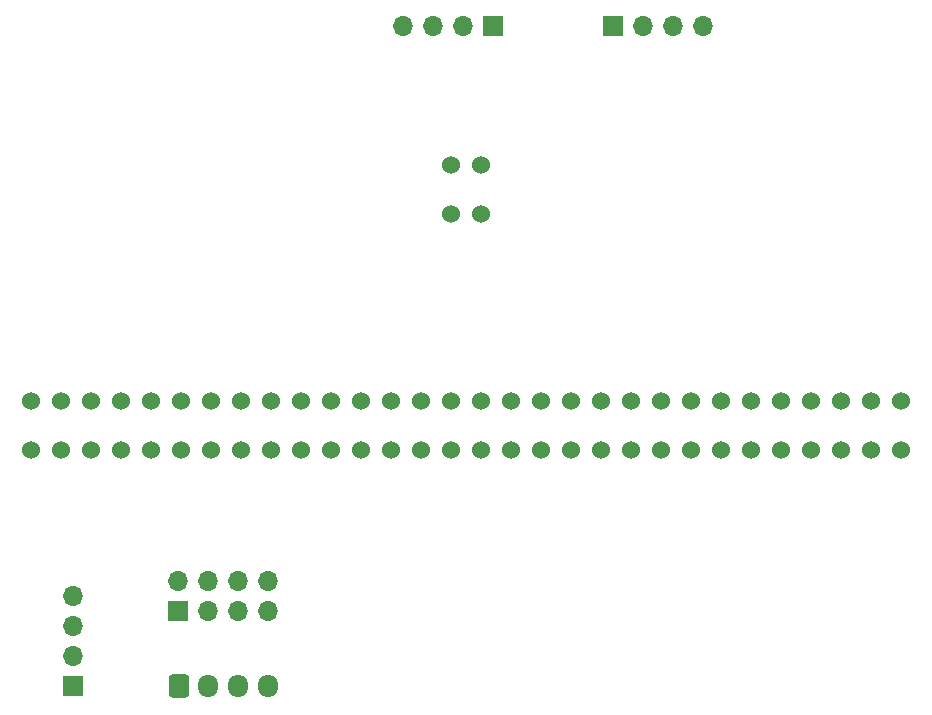
<source format=gbr>
%TF.GenerationSoftware,KiCad,Pcbnew,7.0.9*%
%TF.CreationDate,2024-05-07T12:38:31+09:00*%
%TF.ProjectId,04-line,30342d6c-696e-4652-9e6b-696361645f70,rev?*%
%TF.SameCoordinates,Original*%
%TF.FileFunction,Soldermask,Top*%
%TF.FilePolarity,Negative*%
%FSLAX46Y46*%
G04 Gerber Fmt 4.6, Leading zero omitted, Abs format (unit mm)*
G04 Created by KiCad (PCBNEW 7.0.9) date 2024-05-07 12:38:31*
%MOMM*%
%LPD*%
G01*
G04 APERTURE LIST*
G04 Aperture macros list*
%AMRoundRect*
0 Rectangle with rounded corners*
0 $1 Rounding radius*
0 $2 $3 $4 $5 $6 $7 $8 $9 X,Y pos of 4 corners*
0 Add a 4 corners polygon primitive as box body*
4,1,4,$2,$3,$4,$5,$6,$7,$8,$9,$2,$3,0*
0 Add four circle primitives for the rounded corners*
1,1,$1+$1,$2,$3*
1,1,$1+$1,$4,$5*
1,1,$1+$1,$6,$7*
1,1,$1+$1,$8,$9*
0 Add four rect primitives between the rounded corners*
20,1,$1+$1,$2,$3,$4,$5,0*
20,1,$1+$1,$4,$5,$6,$7,0*
20,1,$1+$1,$6,$7,$8,$9,0*
20,1,$1+$1,$8,$9,$2,$3,0*%
G04 Aperture macros list end*
%ADD10R,1.700000X1.700000*%
%ADD11O,1.700000X1.700000*%
%ADD12RoundRect,0.250000X-0.600000X-0.725000X0.600000X-0.725000X0.600000X0.725000X-0.600000X0.725000X0*%
%ADD13O,1.700000X1.950000*%
%ADD14C,1.524000*%
G04 APERTURE END LIST*
D10*
%TO.C,J4*%
X60960000Y-125730000D03*
D11*
X60960000Y-123190000D03*
X63500000Y-125730000D03*
X63500000Y-123190000D03*
X66040000Y-125730000D03*
X66040000Y-123190000D03*
X68580000Y-125730000D03*
X68580000Y-123190000D03*
%TD*%
D10*
%TO.C,J1*%
X52070000Y-132080000D03*
D11*
X52070000Y-129540000D03*
X52070000Y-127000000D03*
X52070000Y-124460000D03*
%TD*%
D12*
%TO.C,J3*%
X61080000Y-132080000D03*
D13*
X63580000Y-132080000D03*
X66080000Y-132080000D03*
X68580000Y-132080000D03*
%TD*%
D10*
%TO.C,J5*%
X97800000Y-76200000D03*
D11*
X100340000Y-76200000D03*
X102880000Y-76200000D03*
X105420000Y-76200000D03*
%TD*%
D14*
%TO.C,U2*%
X81590500Y-107950000D03*
X79050500Y-107950000D03*
X81590500Y-112050000D03*
X79050500Y-112050000D03*
%TD*%
%TO.C,U15*%
X106990500Y-107950000D03*
X104450500Y-107950000D03*
X106990500Y-112050000D03*
X104450500Y-112050000D03*
%TD*%
%TO.C,U14*%
X101910500Y-107950000D03*
X99370500Y-107950000D03*
X101910500Y-112050000D03*
X99370500Y-112050000D03*
%TD*%
%TO.C,U7*%
X56190500Y-107950000D03*
X53650500Y-107950000D03*
X56190500Y-112050000D03*
X53650500Y-112050000D03*
%TD*%
D10*
%TO.C,J2*%
X87630000Y-76200000D03*
D11*
X85090000Y-76200000D03*
X82550000Y-76200000D03*
X80010000Y-76200000D03*
%TD*%
D14*
%TO.C,U4*%
X71430500Y-107950000D03*
X68890500Y-107950000D03*
X71430500Y-112050000D03*
X68890500Y-112050000D03*
%TD*%
%TO.C,U5*%
X66350500Y-107950000D03*
X63810500Y-107950000D03*
X66350500Y-112050000D03*
X63810500Y-112050000D03*
%TD*%
%TO.C,U16*%
X112070500Y-107950000D03*
X109530500Y-107950000D03*
X112070500Y-112050000D03*
X109530500Y-112050000D03*
%TD*%
%TO.C,U17*%
X117150500Y-107950000D03*
X114610500Y-107950000D03*
X117150500Y-112050000D03*
X114610500Y-112050000D03*
%TD*%
%TO.C,U8*%
X51110500Y-107950000D03*
X48570500Y-107950000D03*
X51110500Y-112050000D03*
X48570500Y-112050000D03*
%TD*%
%TO.C,U12*%
X91750500Y-107950000D03*
X89210500Y-107950000D03*
X91750500Y-112050000D03*
X89210500Y-112050000D03*
%TD*%
%TO.C,U3*%
X76510500Y-107950000D03*
X73970500Y-107950000D03*
X76510500Y-112050000D03*
X73970500Y-112050000D03*
%TD*%
%TO.C,U9*%
X86670500Y-107950000D03*
X84130500Y-107950000D03*
X86670500Y-112050000D03*
X84130500Y-112050000D03*
%TD*%
%TO.C,U18*%
X122230500Y-107950000D03*
X119690500Y-107950000D03*
X122230500Y-112050000D03*
X119690500Y-112050000D03*
%TD*%
%TO.C,U6*%
X61270500Y-107950000D03*
X58730500Y-107950000D03*
X61270500Y-112050000D03*
X58730500Y-112050000D03*
%TD*%
%TO.C,U10*%
X86670500Y-87950000D03*
X84130500Y-87950000D03*
X86670500Y-92050000D03*
X84130500Y-92050000D03*
%TD*%
%TO.C,U13*%
X96830500Y-107950000D03*
X94290500Y-107950000D03*
X96830500Y-112050000D03*
X94290500Y-112050000D03*
%TD*%
M02*

</source>
